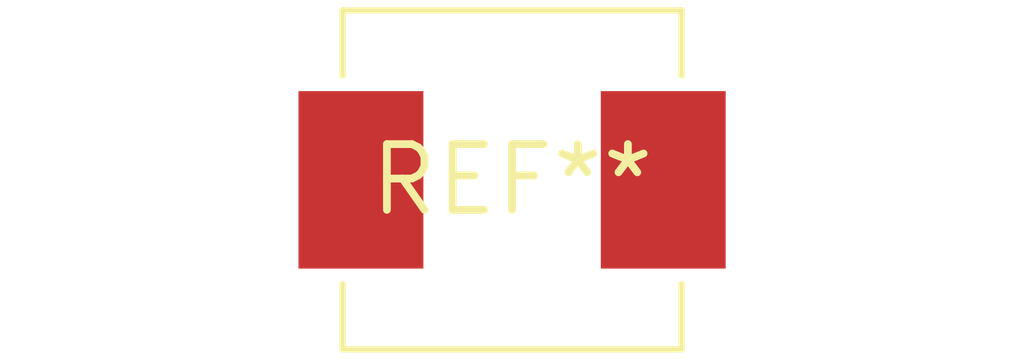
<source format=kicad_pcb>
(kicad_pcb (version 20240108) (generator pcbnew)
  (layers (0 "F.Cu" signal) (31 "B.Cu" signal) (34 "B.Paste" user) (35 "F.Paste" user) (36 "B.SilkS" user "B.Silkscreen") (37 "F.SilkS" user "F.Silkscreen") (38 "B.Mask" user) (39 "F.Mask" user) (44 "Edge.Cuts" user))
  (net 0 "")
  (footprint "L_Vishay_IHLP-2525" (layer "F.Cu") (at 0 0)
    (property "Reference" "REF**")
    (property "Value" "L_Vishay_IHLP-2525")
    (fp_line (start -3.275 -3.275) (end 3.275 -3.275) (layer "F.SilkS") (stroke (width 0.12)))
    (fp_line (start -3.275 -2.0145) (end -3.275 -3.275) (layer "F.SilkS") (stroke (width 0.12)))
    (fp_line (start -3.275 2.0145) (end -3.275 3.275) (layer "F.SilkS") (stroke (width 0.12)))
    (fp_line (start -3.275 3.275) (end 3.275 3.275) (layer "F.SilkS") (stroke (width 0.12)))
    (fp_line (start 3.275 -3.275) (end 3.275 -2.0145) (layer "F.SilkS") (stroke (width 0.12)))
    (fp_line (start 3.275 3.275) (end 3.275 2.0145) (layer "F.SilkS") (stroke (width 0.12)))
    (pad "1" smd rect (at -2.921 0) (size 2.413 3.429) (layers "F.Cu" "F.Paste" "F.Mask"))
    (pad "2" smd rect (at 2.921 0) (size 2.413 3.429) (layers "F.Cu" "F.Paste" "F.Mask"))
  )
)
</source>
